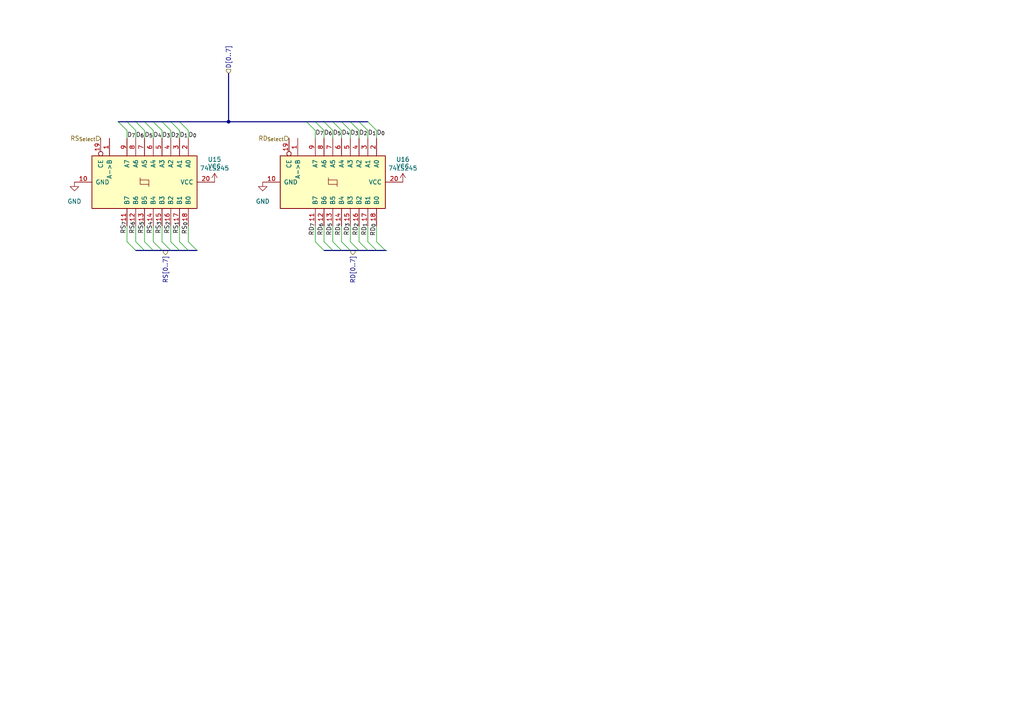
<source format=kicad_sch>
(kicad_sch (version 20211123) (generator eeschema)
  (paper "A4")
  (lib_symbols
    (symbol "74xx:74LS245" (pin_names (offset 1.016))
      (property "Reference" "U" (at -7.62 16.51 0))
      (property "Value" "74LS245" (at -7.62 -16.51 0))
      (symbol "74LS245_1_0"
        (polyline (pts (xy -0.635 -1.27) (xy -0.635 1.27) (xy 0.635 1.27)))
        (polyline (pts (xy -1.27 -1.27) (xy 0.635 -1.27) (xy 0.635 1.27) (xy 1.27 1.27)))
        (pin input line (at -12.7 -10.16 0) (length 5.08) (name "A->B") (number "1"))
        (pin power_in line (at 0 -20.32 90) (length 5.08) (name "GND") (number "10"))
        (pin tri_state line (at 12.7 -5.08 180) (length 5.08) (name "B7") (number "11"))
        (pin tri_state line (at 12.7 -2.54 180) (length 5.08) (name "B6") (number "12"))
        (pin tri_state line (at 12.7 0 180) (length 5.08) (name "B5") (number "13"))
        (pin tri_state line (at 12.7 2.54 180) (length 5.08) (name "B4") (number "14"))
        (pin tri_state line (at 12.7 5.08 180) (length 5.08) (name "B3") (number "15"))
        (pin tri_state line (at 12.7 7.62 180) (length 5.08) (name "B2") (number "16"))
        (pin tri_state line (at 12.7 10.16 180) (length 5.08) (name "B1") (number "17"))
        (pin tri_state line (at 12.7 12.7 180) (length 5.08) (name "B0") (number "18"))
        (pin input inverted (at -12.7 -12.7 0) (length 5.08) (name "CE") (number "19"))
        (pin tri_state line (at -12.7 12.7 0) (length 5.08) (name "A0") (number "2"))
        (pin power_in line (at 0 20.32 270) (length 5.08) (name "VCC") (number "20"))
        (pin tri_state line (at -12.7 10.16 0) (length 5.08) (name "A1") (number "3"))
        (pin tri_state line (at -12.7 7.62 0) (length 5.08) (name "A2") (number "4"))
        (pin tri_state line (at -12.7 5.08 0) (length 5.08) (name "A3") (number "5"))
        (pin tri_state line (at -12.7 2.54 0) (length 5.08) (name "A4") (number "6"))
        (pin tri_state line (at -12.7 0 0) (length 5.08) (name "A5") (number "7"))
        (pin tri_state line (at -12.7 -2.54 0) (length 5.08) (name "A6") (number "8"))
        (pin tri_state line (at -12.7 -5.08 0) (length 5.08) (name "A7") (number "9"))
      )
      (symbol "74LS245_1_1"
        (rectangle (start -7.62 15.24) (end 7.62 -15.24) (stroke (width 0.254)) (fill (type background)))
      )
    )
    (symbol "power:GND" (power) (pin_names (offset 0))
      (property "Value" "GND" (at 0 -3.81 0))
      (symbol "GND_0_1"
        (polyline (pts (xy 0 0) (xy 0 -1.27) (xy 1.27 -1.27) (xy 0 -2.54) (xy -1.27 -1.27) (xy 0 -1.27)))
      )
      (symbol "GND_1_1"
        (pin power_in line (at 0 0 270) (length 0) hide (name "GND") (number "1"))
      )
    )
    (symbol "power:VCC" (power) (pin_names (offset 0))
      (property "Value" "VCC" (at 0 3.81 0))
      (symbol "VCC_0_1"
        (polyline (pts (xy -0.762 1.27) (xy 0 2.54)))
        (polyline (pts (xy 0 0) (xy 0 2.54)))
        (polyline (pts (xy 0 2.54) (xy 0.762 1.27)))
      )
      (symbol "VCC_1_1"
        (pin power_in line (at 0 0 90) (length 0) hide (name "VCC") (number "1"))
      )
    )
  )
  (junction (at 66.294 35.306))
  (bus_entry (at 101.6 37.846) (size -2.54 -2.54))
  (bus_entry (at 54.61 37.846) (size -2.54 -2.54))
  (bus_entry (at 52.07 70.104) (size 2.54 2.54))
  (bus_entry (at 106.68 37.846) (size -2.54 -2.54))
  (bus_entry (at 41.91 70.104) (size 2.54 2.54))
  (bus_entry (at 46.99 37.846) (size -2.54 -2.54))
  (bus_entry (at 96.52 37.846) (size -2.54 -2.54))
  (bus_entry (at 41.91 37.846) (size -2.54 -2.54))
  (bus_entry (at 91.44 70.104) (size 2.54 2.54))
  (bus_entry (at 93.98 70.104) (size 2.54 2.54))
  (bus_entry (at 44.45 37.846) (size -2.54 -2.54))
  (bus_entry (at 46.99 70.104) (size 2.54 2.54))
  (bus_entry (at 101.6 70.104) (size 2.54 2.54))
  (bus_entry (at 54.61 70.104) (size 2.54 2.54))
  (bus_entry (at 39.37 37.846) (size -2.54 -2.54))
  (bus_entry (at 99.06 70.104) (size 2.54 2.54))
  (bus_entry (at 49.53 70.104) (size 2.54 2.54))
  (bus_entry (at 93.98 37.846) (size -2.54 -2.54))
  (bus_entry (at 52.07 37.846) (size -2.54 -2.54))
  (bus_entry (at 44.45 70.104) (size 2.54 2.54))
  (bus_entry (at 109.22 37.846) (size -2.54 -2.54))
  (bus_entry (at 39.37 70.104) (size 2.54 2.54))
  (bus_entry (at 106.68 70.104) (size 2.54 2.54))
  (bus_entry (at 104.14 37.846) (size -2.54 -2.54))
  (bus_entry (at 91.44 37.846) (size -2.54 -2.54))
  (bus_entry (at 104.14 70.104) (size 2.54 2.54))
  (bus_entry (at 109.22 70.104) (size 2.54 2.54))
  (bus_entry (at 34.29 35.306) (size 2.54 2.54))
  (bus_entry (at 36.83 70.104) (size 2.54 2.54))
  (bus_entry (at 96.52 70.104) (size 2.54 2.54))
  (bus_entry (at 49.53 37.846) (size -2.54 -2.54))
  (bus_entry (at 99.06 37.846) (size -2.54 -2.54))
  (wire (pts (xy 106.68 65.532) (xy 106.68 70.104)))
  (bus (pts (xy 41.91 72.644) (xy 44.45 72.644)))
  (wire (pts (xy 99.06 65.532) (xy 99.06 70.104)))
  (wire (pts (xy 109.22 65.532) (xy 109.22 70.104)))
  (bus (pts (xy 101.6 35.306) (xy 104.14 35.306)))
  (wire (pts (xy 91.44 37.846) (xy 91.44 40.132)))
  (wire (pts (xy 46.99 65.532) (xy 46.99 70.104)))
  (wire (pts (xy 104.14 65.532) (xy 104.14 70.104)))
  (bus (pts (xy 49.53 72.644) (xy 52.07 72.644)))
  (wire (pts (xy 109.22 37.846) (xy 109.22 40.132)))
  (bus (pts (xy 52.07 35.306) (xy 66.294 35.306)))
  (bus (pts (xy 88.9 35.306) (xy 91.44 35.306)))
  (wire (pts (xy 46.99 37.846) (xy 46.99 40.132)))
  (bus (pts (xy 34.29 35.306) (xy 36.83 35.306)))
  (bus (pts (xy 93.98 35.306) (xy 96.52 35.306)))
  (bus (pts (xy 96.52 35.306) (xy 99.06 35.306)))
  (bus (pts (xy 104.14 35.306) (xy 106.68 35.306)))
  (bus (pts (xy 46.99 35.306) (xy 49.53 35.306)))
  (wire (pts (xy 36.83 65.532) (xy 36.83 70.104)))
  (wire (pts (xy 41.91 65.532) (xy 41.91 70.104)))
  (wire (pts (xy 44.45 37.846) (xy 44.45 40.132)))
  (bus (pts (xy 49.53 35.306) (xy 52.07 35.306)))
  (wire (pts (xy 49.53 37.846) (xy 49.53 40.132)))
  (wire (pts (xy 93.98 65.532) (xy 93.98 70.104)))
  (wire (pts (xy 96.52 65.532) (xy 96.52 70.104)))
  (wire (pts (xy 41.91 37.846) (xy 41.91 40.132)))
  (wire (pts (xy 44.45 65.532) (xy 44.45 70.104)))
  (bus (pts (xy 44.45 72.644) (xy 46.99 72.644)))
  (bus (pts (xy 46.99 72.644) (xy 49.53 72.644)))
  (wire (pts (xy 49.53 65.532) (xy 49.53 70.104)))
  (wire (pts (xy 93.98 37.846) (xy 93.98 40.132)))
  (bus (pts (xy 66.294 21.336) (xy 66.294 35.306)))
  (bus (pts (xy 106.68 72.644) (xy 109.22 72.644)))
  (wire (pts (xy 54.61 37.846) (xy 54.61 40.132)))
  (bus (pts (xy 109.22 72.644) (xy 111.76 72.644)))
  (bus (pts (xy 111.76 72.644) (xy 112.014 72.644)))
  (bus (pts (xy 54.61 72.644) (xy 57.15 72.644)))
  (wire (pts (xy 101.6 65.532) (xy 101.6 70.104)))
  (wire (pts (xy 104.14 37.846) (xy 104.14 40.132)))
  (bus (pts (xy 36.83 35.306) (xy 39.37 35.306)))
  (bus (pts (xy 39.37 72.644) (xy 41.91 72.644)))
  (wire (pts (xy 52.07 37.846) (xy 52.07 40.132)))
  (wire (pts (xy 54.61 65.532) (xy 54.61 70.104)))
  (bus (pts (xy 93.98 72.644) (xy 96.52 72.644)))
  (bus (pts (xy 66.294 35.306) (xy 88.9 35.306)))
  (bus (pts (xy 101.6 72.644) (xy 104.14 72.644)))
  (wire (pts (xy 106.68 37.846) (xy 106.68 40.132)))
  (bus (pts (xy 52.07 72.644) (xy 54.61 72.644)))
  (wire (pts (xy 91.44 65.532) (xy 91.44 70.104)))
  (bus (pts (xy 99.06 72.644) (xy 101.6 72.644)))
  (wire (pts (xy 52.07 65.532) (xy 52.07 70.104)))
  (bus (pts (xy 39.37 35.306) (xy 41.91 35.306)))
  (wire (pts (xy 36.83 37.846) (xy 36.83 40.132)))
  (wire (pts (xy 39.37 37.846) (xy 39.37 40.132)))
  (bus (pts (xy 91.44 35.306) (xy 93.98 35.306)))
  (bus (pts (xy 104.14 72.644) (xy 106.68 72.644)))
  (bus (pts (xy 41.91 35.306) (xy 44.45 35.306)))
  (wire (pts (xy 101.6 37.846) (xy 101.6 40.132)))
  (wire (pts (xy 99.06 37.846) (xy 99.06 40.132)))
  (bus (pts (xy 44.45 35.306) (xy 46.99 35.306)))
  (bus (pts (xy 99.06 35.306) (xy 101.6 35.306)))
  (bus (pts (xy 96.52 72.644) (xy 99.06 72.644)))
  (wire (pts (xy 96.52 37.846) (xy 96.52 40.132)))
  (wire (pts (xy 39.37 65.532) (xy 39.37 70.104)))
  (label "D_{4}" (at 44.45 40.132 0))
  (label "RD_{3}" (at 101.6 68.326 90))
  (label "D_{2}" (at 104.14 39.497 0))
  (label "D_{7}" (at 36.83 40.132 0))
  (label "RD_{5}" (at 96.52 68.326 90))
  (label "D_{3}" (at 101.6 39.497 0))
  (label "RD_{6}" (at 93.98 68.326 90))
  (label "RS_{5}" (at 41.91 67.818 90))
  (label "D_{0}" (at 54.61 40.132 0))
  (label "RS_{2}" (at 49.53 67.818 90))
  (label "D_{4}" (at 99.06 39.497 0))
  (label "D_{3}" (at 46.99 40.132 0))
  (label "D_{5}" (at 96.52 39.497 0))
  (label "RS_{7}" (at 36.83 67.818 90))
  (label "RS_{3}" (at 46.99 67.818 90))
  (label "D_{6}" (at 39.37 40.132 0))
  (label "D_{6}" (at 93.98 39.497 0))
  (label "RS_{6}" (at 39.37 67.818 90))
  (label "RD_{1}" (at 106.68 68.326 90))
  (label "D_{7}" (at 91.44 39.497 0))
  (label "D_{0}" (at 109.22 39.497 0))
  (label "RD_{7}" (at 91.44 68.326 90))
  (label "D_{1}" (at 106.68 39.497 0))
  (label "RS_{0}" (at 54.61 67.945 90))
  (label "RD_{0}" (at 109.22 68.453 90))
  (label "RS_{1}" (at 52.07 67.818 90))
  (label "D_{1}" (at 52.07 40.132 0))
  (label "RS_{4}" (at 44.45 67.818 90))
  (label "RD_{4}" (at 99.06 68.326 90))
  (label "D_{5}" (at 41.91 40.132 0))
  (label "D_{2}" (at 49.53 40.132 0))
  (label "RD_{2}" (at 104.14 68.326 90))
  (hierarchical_label "RS[0..7]" (shape output) (at 48.006 72.644 270))
  (hierarchical_label "D[0..7]" (shape input) (at 66.294 21.336 90))
  (hierarchical_label "RS_{Select}" (shape input) (at 29.21 40.132 180))
  (hierarchical_label "RD_{Select}" (shape input) (at 83.82 40.132 180))
  (hierarchical_label "RD[0..7]" (shape output) (at 102.362 72.644 270))
  (symbol (lib_id "74xx:74LS245") (at 96.52 52.832 270)
    (property "Reference" "U16" (at 116.84 46.2532 90))
    (property "Value" "74LS245" (at 116.84 48.7932 90))
    (property "Footprint" "Package_DIP:DIP-20_W7.62mm_LongPads" (effects hide))
    (property "Datasheet" "http://www.ti.com/lit/gpn/sn74LS245" (effects hide))
  )
  (symbol (lib_id "power:GND") (at 76.2 52.832 0)
    (property "Reference" "#PWR0129" (effects hide))
    (property "Value" "GND" (at 76.2 58.42 0))
  )
  (symbol (lib_id "power:GND") (at 21.59 52.832 0)
    (property "Reference" "#PWR0131" (effects hide))
    (property "Value" "GND" (at 21.59 58.42 0))
  )
  (symbol (lib_id "74xx:74LS245") (at 41.91 52.832 270)
    (property "Reference" "U15" (at 62.23 46.2532 90))
    (property "Value" "74LS245" (at 62.23 48.7932 90))
    (property "Footprint" "Package_DIP:DIP-20_W7.62mm_LongPads" (effects hide))
    (property "Datasheet" "http://www.ti.com/lit/gpn/sn74LS245" (effects hide))
  )
  (symbol (lib_id "power:VCC") (at 62.23 52.832 0)
    (property "Reference" "#PWR0130" (effects hide))
    (property "Value" "VCC" (at 62.23 48.26 0))
  )
  (symbol (lib_id "power:VCC") (at 116.84 52.832 0)
    (property "Reference" "#PWR0132" (effects hide))
    (property "Value" "VCC" (at 116.84 48.26 0))
  )
)
</source>
